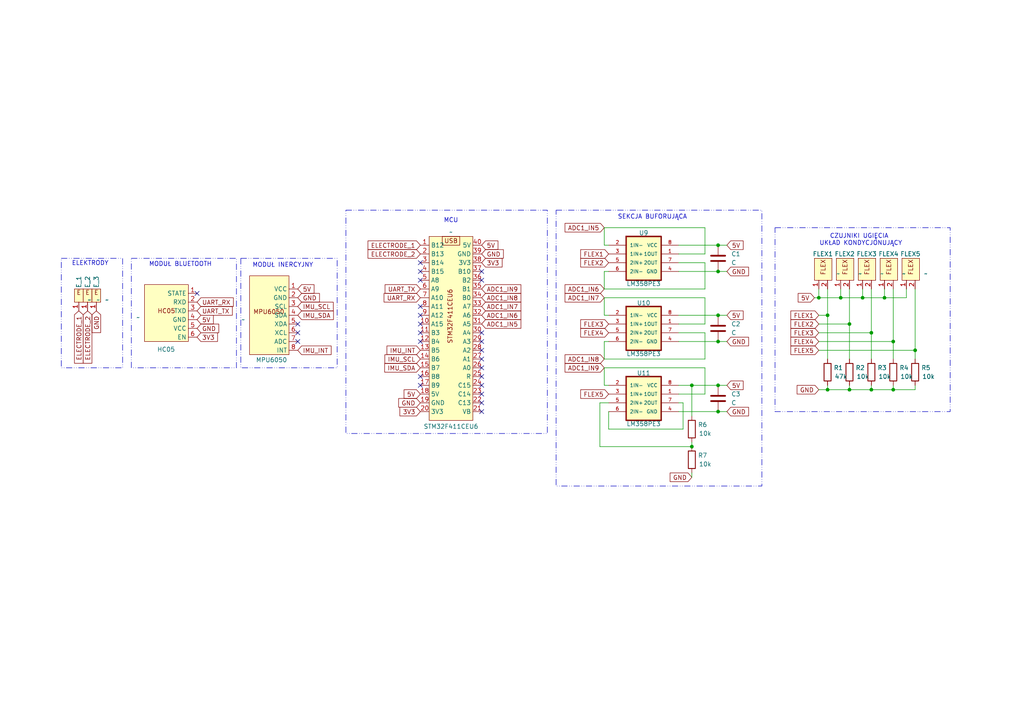
<source format=kicad_sch>
(kicad_sch (version 20231120) (generator "eeschema") (generator_version "8.0")
  (paper "A4")
  (lib_symbols
    (symbol "Device:C" (pin_numbers hide) (pin_names (offset 0.254))
      (property "Reference" "C" (at 0.635 2.54 0))
      (property "Value" "C" (at 0.635 -2.54 0))
      (symbol "C_0_1"
        (polyline (pts (xy -2.032 -0.762) (xy 2.032 -0.762)) (stroke (width 0.508)))
        (polyline (pts (xy -2.032 0.762) (xy 2.032 0.762)) (stroke (width 0.508)))
      )
      (symbol "C_1_1"
        (pin passive line (at 0 3.81 270) (length 2.794) (name "~") (number "1"))
        (pin passive line (at 0 -3.81 90) (length 2.794) (name "~") (number "2"))
      )
    )
    (symbol "Device:R" (pin_numbers hide) (pin_names (offset 0))
      (property "Reference" "R" (at 2.032 0 90))
      (property "Value" "R" (at 0 0 90))
      (symbol "R_0_1"
        (rectangle (start -1.016 -2.54) (end 1.016 2.54) (stroke (width 0.254)))
      )
      (symbol "R_1_1"
        (pin passive line (at 0 3.81 270) (length 1.27) (name "~") (number "1"))
        (pin passive line (at 0 -3.81 90) (length 1.27) (name "~") (number "2"))
      )
    )
    (symbol "Glove_Black_Pill_Library:Electrode"
      (property "Reference" "U" (at 0 4.572 0))
      (symbol "Electrode_1_1"
        (rectangle (start -1.27 3.81) (end 1.27 0) (fill (type background)))
        (text "E" (at 0 2.794 0) (effects (font (size 1.27 1.27))))
        (pin bidirectional line (at 0 -2.54 90) (length 2.54) (name "") (number "1"))
      )
    )
    (symbol "Glove_Black_Pill_Library:FLEX"
      (property "Reference" "U" (at 0 7.112 0))
      (symbol "FLEX_1_1"
        (rectangle (start -2.54 6.35) (end 2.54 0) (fill (type background)))
        (text "FLEX" (at 0 3.81 900) (effects (font (size 1.27 1.27))))
        (pin bidirectional line (at -1.27 -2.54 90) (length 2.54) (name "") (number "1"))
        (pin bidirectional line (at 1.27 -2.54 90) (length 2.54) (name "") (number "2"))
      )
    )
    (symbol "Glove_Black_Pill_Library:HC05"
      (property "Reference" "U" (at 0 1.27 0))
      (symbol "HC05_1_1"
        (rectangle (start -6.35 7.62) (end 6.35 -8.89) (fill (type background)))
        (text "HC05" (at 0 0 0) (effects (font (size 1.27 1.27))))
        (pin bidirectional line (at -8.89 5.08 0) (length 2.54) (name "STATE") (number "1"))
        (pin bidirectional line (at -8.89 2.54 0) (length 2.54) (name "RXD") (number "2"))
        (pin bidirectional line (at -8.89 0 0) (length 2.54) (name "TXD") (number "3"))
        (pin bidirectional line (at -8.89 -2.54 0) (length 2.54) (name "GND") (number "4"))
        (pin bidirectional line (at -8.89 -5.08 0) (length 2.54) (name "VCC") (number "5"))
        (pin bidirectional line (at -8.89 -7.62 0) (length 2.54) (name "EN") (number "6"))
      )
    )
    (symbol "Glove_Black_Pill_Library:MPU6050"
      (property "Reference" "U" (at 0 8.636 0))
      (symbol "MPU6050_1_1"
        (rectangle (start -5.08 10.16) (end 6.35 -12.7) (fill (type background)))
        (text "MPU6050\n" (at 0.762 -0.254 0) (effects (font (size 1.27 1.27))))
        (pin bidirectional line (at -7.62 6.35 0) (length 2.54) (name "VCC") (number "1"))
        (pin bidirectional line (at -7.62 3.81 0) (length 2.54) (name "GND") (number "2"))
        (pin bidirectional line (at -7.62 1.27 0) (length 2.54) (name "SCL") (number "3"))
        (pin bidirectional line (at -7.62 -1.27 0) (length 2.54) (name "SDA") (number "4"))
        (pin bidirectional line (at -7.62 -3.81 0) (length 2.54) (name "XDA") (number "5"))
        (pin bidirectional line (at -7.62 -6.35 0) (length 2.54) (name "XCL") (number "6"))
        (pin bidirectional line (at -7.62 -8.89 0) (length 2.54) (name "ADC") (number "7"))
        (pin bidirectional line (at -7.62 -11.43 0) (length 2.54) (name "INT") (number "8"))
      )
    )
    (symbol "Glove_Black_Pill_Library:STM32F411CEU6"
      (property "Reference" "U" (at 0.508 27.178 0))
      (symbol "STM32F411CEU6_0_1"
        (rectangle (start -2.54 25.4) (end 2.54 22.86))
      )
      (symbol "STM32F411CEU6_1_1"
        (rectangle (start -6.35 25.4) (end 6.35 -27.94) (fill (type background)))
        (text "STM32F411CEU6" (at -0.254 2.286 900) (effects (font (size 1.27 1.27))))
        (text "USB" (at 0 24.13 0) (effects (font (size 1.27 1.27))))
        (pin bidirectional line (at -8.89 22.86 0) (length 2.54) (name "B12") (number "1"))
        (pin bidirectional line (at -8.89 0 0) (length 2.54) (name "A15") (number "10"))
        (pin bidirectional line (at -8.89 -2.54 0) (length 2.54) (name "B3") (number "11"))
        (pin bidirectional line (at -8.89 -5.08 0) (length 2.54) (name "B4") (number "12"))
        (pin bidirectional line (at -8.89 -7.62 0) (length 2.54) (name "B5") (number "13"))
        (pin bidirectional line (at -8.89 -10.16 0) (length 2.54) (name "B6") (number "14"))
        (pin bidirectional line (at -8.89 -12.7 0) (length 2.54) (name "B7") (number "15"))
        (pin bidirectional line (at -8.89 -15.24 0) (length 2.54) (name "B8") (number "16"))
        (pin bidirectional line (at -8.89 -17.78 0) (length 2.54) (name "B9") (number "17"))
        (pin bidirectional line (at -8.89 -20.32 0) (length 2.54) (name "5V") (number "18"))
        (pin bidirectional line (at -8.89 -22.86 0) (length 2.54) (name "GND") (number "19"))
        (pin bidirectional line (at -8.89 20.32 0) (length 2.54) (name "B13") (number "2"))
        (pin bidirectional line (at -8.89 -25.4 0) (length 2.54) (name "3V3") (number "20"))
        (pin bidirectional line (at 8.89 -25.4 180) (length 2.54) (name "VB") (number "21"))
        (pin bidirectional line (at 8.89 -22.86 180) (length 2.54) (name "C13") (number "22"))
        (pin bidirectional line (at 8.89 -20.32 180) (length 2.54) (name "C14") (number "23"))
        (pin bidirectional line (at 8.89 -17.78 180) (length 2.54) (name "C15") (number "24"))
        (pin bidirectional line (at 8.89 -15.24 180) (length 2.54) (name "R") (number "25"))
        (pin bidirectional line (at 8.89 -12.7 180) (length 2.54) (name "A0") (number "26"))
        (pin bidirectional line (at 8.89 -10.16 180) (length 2.54) (name "A1") (number "27"))
        (pin bidirectional line (at 8.89 -7.62 180) (length 2.54) (name "A2") (number "28"))
        (pin bidirectional line (at 8.89 -5.08 180) (length 2.54) (name "A3") (number "29"))
        (pin bidirectional line (at -8.89 17.78 0) (length 2.54) (name "B14") (number "3"))
        (pin bidirectional line (at 8.89 -2.54 180) (length 2.54) (name "A4") (number "30"))
        (pin bidirectional line (at 8.89 0 180) (length 2.54) (name "A5") (number "31"))
        (pin bidirectional line (at 8.89 2.54 180) (length 2.54) (name "A6") (number "32"))
        (pin bidirectional line (at 8.89 5.08 180) (length 2.54) (name "A7") (number "33"))
        (pin bidirectional line (at 8.89 7.62 180) (length 2.54) (name "B0") (number "34"))
        (pin bidirectional line (at 8.89 10.16 180) (length 2.54) (name "B1") (number "35"))
        (pin bidirectional line (at 8.89 12.7 180) (length 2.54) (name "B2") (number "36"))
        (pin bidirectional line (at 8.89 15.24 180) (length 2.54) (name "B10") (number "37"))
        (pin bidirectional line (at 8.89 17.78 180) (length 2.54) (name "3V3") (number "38"))
        (pin bidirectional line (at 8.89 20.32 180) (length 2.54) (name "GND") (number "39"))
        (pin bidirectional line (at -8.89 15.24 0) (length 2.54) (name "B15") (number "4"))
        (pin bidirectional line (at 8.89 22.86 180) (length 2.54) (name "5V") (number "40"))
        (pin bidirectional line (at -8.89 12.7 0) (length 2.54) (name "A8") (number "5"))
        (pin bidirectional line (at -8.89 10.16 0) (length 2.54) (name "A9") (number "6"))
        (pin bidirectional line (at -8.89 7.62 0) (length 2.54) (name "A10") (number "7"))
        (pin bidirectional line (at -8.89 5.08 0) (length 2.54) (name "A11") (number "8"))
        (pin bidirectional line (at -8.89 2.54 0) (length 2.54) (name "A12") (number "9"))
      )
    )
    (symbol "LM358PE3:LM358PE3" (pin_names (offset 1.016))
      (property "Reference" "U" (at 2.032 13.97 0))
      (property "Value" "LM358PE3" (at -2.794 -2.032 0))
      (symbol "LM358PE3_0_0"
        (rectangle (start -2.54 12.7) (end 7.62 0) (stroke (width 0.41)) (fill (type background)))
        (pin output line (at 12.7 7.62 180) (length 5.08) (name "1OUT") (number "1"))
        (pin input line (at -7.62 10.16 0) (length 5.08) (name "1IN-") (number "2"))
        (pin input line (at -7.62 7.62 0) (length 5.08) (name "1IN+") (number "3"))
        (pin power_in line (at 12.7 2.54 180) (length 5.08) (name "GND") (number "4"))
        (pin input line (at -7.62 5.08 0) (length 5.08) (name "2IN+") (number "5"))
        (pin input line (at -7.62 2.54 0) (length 5.08) (name "2IN-") (number "6"))
        (pin output line (at 12.7 5.08 180) (length 5.08) (name "2OUT") (number "7"))
        (pin power_in line (at 12.7 10.16 180) (length 5.08) (name "VCC") (number "8"))
      )
    )
  )
  (junction (at 265.43 101.6))
  (junction (at 208.28 99.06))
  (junction (at 250.19 86.36))
  (junction (at 256.54 86.36))
  (junction (at 240.03 91.44))
  (junction (at 200.66 111.76))
  (junction (at 259.08 113.03))
  (junction (at 208.28 91.44))
  (junction (at 208.28 78.74))
  (junction (at 208.28 71.12))
  (junction (at 240.03 113.03))
  (junction (at 208.28 119.38))
  (junction (at 200.66 129.54))
  (junction (at 259.08 99.06))
  (junction (at 243.84 86.36))
  (junction (at 246.38 113.03))
  (junction (at 246.38 93.98))
  (junction (at 208.28 111.76))
  (junction (at 252.73 96.52))
  (junction (at 252.73 113.03))
  (junction (at 237.49 86.36))
  (no_connect (at 139.7 111.76))
  (no_connect (at 57.15 85.09))
  (no_connect (at 86.36 99.06))
  (no_connect (at 121.92 111.76))
  (no_connect (at 139.7 109.22))
  (no_connect (at 139.7 116.84))
  (no_connect (at 121.92 93.98))
  (no_connect (at 121.92 99.06))
  (no_connect (at 139.7 99.06))
  (no_connect (at 139.7 101.6))
  (no_connect (at 121.92 109.22))
  (no_connect (at 139.7 114.3))
  (no_connect (at 121.92 96.52))
  (no_connect (at 139.7 78.74))
  (no_connect (at 121.92 88.9))
  (no_connect (at 139.7 96.52))
  (no_connect (at 121.92 78.74))
  (no_connect (at 121.92 91.44))
  (no_connect (at 86.36 96.52))
  (no_connect (at 139.7 104.14))
  (no_connect (at 139.7 106.68))
  (no_connect (at 121.92 76.2))
  (no_connect (at 139.7 119.38))
  (no_connect (at 139.7 81.28))
  (no_connect (at 86.36 93.98))
  (no_connect (at 121.92 81.28))
  (wire (pts (xy 175.26 91.44) (xy 176.53 91.44)))
  (wire (pts (xy 259.08 83.82) (xy 259.08 99.06)))
  (wire (pts (xy 265.43 101.6) (xy 265.43 104.14)))
  (wire (pts (xy 250.19 86.36) (xy 243.84 86.36)))
  (wire (pts (xy 204.47 93.98) (xy 204.47 86.36)))
  (wire (pts (xy 210.82 71.12) (xy 208.28 71.12)))
  (wire (pts (xy 265.43 83.82) (xy 265.43 101.6)))
  (wire (pts (xy 204.47 106.68) (xy 175.26 106.68)))
  (wire (pts (xy 240.03 113.03) (xy 246.38 113.03)))
  (wire (pts (xy 204.47 104.14) (xy 175.26 104.14)))
  (wire (pts (xy 246.38 83.82) (xy 246.38 93.98)))
  (wire (pts (xy 175.26 78.74) (xy 176.53 78.74)))
  (wire (pts (xy 208.28 111.76) (xy 200.66 111.76)))
  (wire (pts (xy 237.49 101.6) (xy 265.43 101.6)))
  (wire (pts (xy 210.82 99.06) (xy 208.28 99.06)))
  (wire (pts (xy 259.08 113.03) (xy 265.43 113.03)))
  (wire (pts (xy 265.43 113.03) (xy 265.43 111.76)))
  (wire (pts (xy 262.89 83.82) (xy 262.89 86.36)))
  (wire (pts (xy 175.26 99.06) (xy 176.53 99.06)))
  (wire (pts (xy 252.73 113.03) (xy 259.08 113.03)))
  (wire (pts (xy 176.53 119.38) (xy 176.53 124.46)))
  (wire (pts (xy 176.53 116.84) (xy 173.99 116.84)))
  (wire (pts (xy 246.38 113.03) (xy 252.73 113.03)))
  (wire (pts (xy 236.22 86.36) (xy 237.49 86.36)))
  (wire (pts (xy 196.85 119.38) (xy 208.28 119.38)))
  (wire (pts (xy 204.47 114.3) (xy 204.47 106.68)))
  (wire (pts (xy 175.26 104.14) (xy 175.26 99.06)))
  (wire (pts (xy 196.85 114.3) (xy 204.47 114.3)))
  (wire (pts (xy 210.82 91.44) (xy 208.28 91.44)))
  (wire (pts (xy 196.85 96.52) (xy 204.47 96.52)))
  (wire (pts (xy 175.26 106.68) (xy 175.26 111.76)))
  (wire (pts (xy 200.66 129.54) (xy 200.66 128.27)))
  (wire (pts (xy 240.03 113.03) (xy 240.03 111.76)))
  (wire (pts (xy 204.47 96.52) (xy 204.47 104.14)))
  (wire (pts (xy 204.47 66.04) (xy 175.26 66.04)))
  (wire (pts (xy 237.49 83.82) (xy 237.49 86.36)))
  (wire (pts (xy 200.66 111.76) (xy 200.66 120.65)))
  (wire (pts (xy 196.85 93.98) (xy 204.47 93.98)))
  (wire (pts (xy 196.85 73.66) (xy 204.47 73.66)))
  (wire (pts (xy 196.85 116.84) (xy 198.12 116.84)))
  (wire (pts (xy 240.03 83.82) (xy 240.03 91.44)))
  (wire (pts (xy 175.26 71.12) (xy 176.53 71.12)))
  (wire (pts (xy 237.49 113.03) (xy 240.03 113.03)))
  (wire (pts (xy 173.99 129.54) (xy 200.66 129.54)))
  (wire (pts (xy 259.08 113.03) (xy 259.08 111.76)))
  (wire (pts (xy 208.28 78.74) (xy 196.85 78.74)))
  (wire (pts (xy 246.38 93.98) (xy 246.38 104.14)))
  (wire (pts (xy 204.47 86.36) (xy 175.26 86.36)))
  (wire (pts (xy 173.99 116.84) (xy 173.99 129.54)))
  (wire (pts (xy 259.08 99.06) (xy 259.08 104.14)))
  (wire (pts (xy 256.54 83.82) (xy 256.54 86.36)))
  (wire (pts (xy 237.49 86.36) (xy 243.84 86.36)))
  (wire (pts (xy 237.49 96.52) (xy 252.73 96.52)))
  (wire (pts (xy 208.28 91.44) (xy 196.85 91.44)))
  (wire (pts (xy 252.73 83.82) (xy 252.73 96.52)))
  (wire (pts (xy 252.73 96.52) (xy 252.73 104.14)))
  (wire (pts (xy 198.12 124.46) (xy 198.12 116.84)))
  (wire (pts (xy 256.54 86.36) (xy 262.89 86.36)))
  (wire (pts (xy 250.19 83.82) (xy 250.19 86.36)))
  (wire (pts (xy 208.28 99.06) (xy 196.85 99.06)))
  (wire (pts (xy 237.49 99.06) (xy 259.08 99.06)))
  (wire (pts (xy 252.73 113.03) (xy 252.73 111.76)))
  (wire (pts (xy 243.84 86.36) (xy 243.84 83.82)))
  (wire (pts (xy 237.49 93.98) (xy 246.38 93.98)))
  (wire (pts (xy 204.47 83.82) (xy 175.26 83.82)))
  (wire (pts (xy 210.82 111.76) (xy 208.28 111.76)))
  (wire (pts (xy 250.19 86.36) (xy 256.54 86.36)))
  (wire (pts (xy 246.38 113.03) (xy 246.38 111.76)))
  (wire (pts (xy 175.26 83.82) (xy 175.26 78.74)))
  (wire (pts (xy 200.66 111.76) (xy 196.85 111.76)))
  (wire (pts (xy 175.26 86.36) (xy 175.26 91.44)))
  (wire (pts (xy 196.85 76.2) (xy 204.47 76.2)))
  (wire (pts (xy 210.82 119.38) (xy 208.28 119.38)))
  (wire (pts (xy 210.82 78.74) (xy 208.28 78.74)))
  (wire (pts (xy 176.53 124.46) (xy 198.12 124.46)))
  (wire (pts (xy 175.26 111.76) (xy 176.53 111.76)))
  (wire (pts (xy 200.66 137.16) (xy 200.66 138.43)))
  (wire (pts (xy 237.49 91.44) (xy 240.03 91.44)))
  (wire (pts (xy 204.47 73.66) (xy 204.47 66.04)))
  (wire (pts (xy 240.03 91.44) (xy 240.03 104.14)))
  (wire (pts (xy 204.47 76.2) (xy 204.47 83.82)))
  (wire (pts (xy 175.26 66.04) (xy 175.26 71.12)))
  (wire (pts (xy 208.28 71.12) (xy 196.85 71.12)))
  (rectangle (start 224.79 66.04) (end 275.59 119.38) (stroke (width 0) (type dash_dot_dot)))
  (rectangle (start 161.29 60.96) (end 220.98 140.97) (stroke (width 0) (type dash_dot_dot)))
  (rectangle (start 266.7 119.38) (end 266.7 119.38))
  (rectangle (start 100.33 60.96) (end 158.75 125.73) (stroke (width 0) (type dash_dot_dot)))
  (rectangle (start 17.78 74.93) (end 35.56 106.68) (stroke (width 0) (type dash_dot_dot)))
  (rectangle (start 38.1 74.93) (end 68.58 106.68) (stroke (width 0) (type dash_dot_dot)))
  (rectangle (start 69.85 74.93) (end 97.79 106.68) (stroke (width 0) (type dash_dot_dot)))
  (text "MODUŁ BLUETOOTH" (at 52.324 76.708 0) (effects (font (size 1.27 1.27))))
  (text "MODUŁ INERCYJNY" (at 82.042 76.962 0) (effects (font (size 1.27 1.27))))
  (text "SEKCJA BUFORUJĄCA" (at 189.23 62.992 0) (effects (font (size 1.27 1.27))))
  (text "ELEKTRODY" (at 26.162 76.454 0) (effects (font (size 1.27 1.27))))
  (text "MCU" (at 130.81 64.008 0) (effects (font (size 1.27 1.27))))
  (text "CZUJNIKI UGIĘCIA \nUKŁAD KONDYCJONUJĄCY" (at 249.682 69.596 0) (effects (font (size 1.27 1.27))))
  (global_label "3V3" (shape input) (at 139.7 76.2 0) (property "Intersheetrefs" "${INTERSHEET_REFS}" (effects (hide yes))))
  (global_label "5V" (shape input) (at 86.36 83.82 0) (property "Intersheetrefs" "${INTERSHEET_REFS}" (effects (hide yes))))
  (global_label "FLEX5" (shape input) (at 176.53 114.3 180) (property "Intersheetrefs" "${INTERSHEET_REFS}" (effects (hide yes))))
  (global_label "GND" (shape input) (at 237.49 113.03 180) (property "Intersheetrefs" "${INTERSHEET_REFS}" (effects (hide yes))))
  (global_label "ELECTRODE_1" (shape input) (at 121.92 71.12 180) (property "Intersheetrefs" "${INTERSHEET_REFS}" (effects (hide yes))))
  (global_label "IMU_SCL" (shape input) (at 86.36 88.9 0) (property "Intersheetrefs" "${INTERSHEET_REFS}" (effects (hide yes))))
  (global_label "FLEX3" (shape input) (at 176.53 93.98 180) (property "Intersheetrefs" "${INTERSHEET_REFS}" (effects (hide yes))))
  (global_label "FLEX4" (shape input) (at 176.53 96.52 180) (property "Intersheetrefs" "${INTERSHEET_REFS}" (effects (hide yes))))
  (global_label "ELECTRODE_2" (shape input) (at 25.4 90.17 270) (property "Intersheetrefs" "${INTERSHEET_REFS}" (effects (hide yes))))
  (global_label "ELECTRODE_2" (shape input) (at 121.92 73.66 180) (property "Intersheetrefs" "${INTERSHEET_REFS}" (effects (hide yes))))
  (global_label "FLEX2" (shape input) (at 237.49 93.98 180) (property "Intersheetrefs" "${INTERSHEET_REFS}" (effects (hide yes))))
  (global_label "ADC1_IN7" (shape input) (at 139.7 88.9 0) (property "Intersheetrefs" "${INTERSHEET_REFS}" (effects (hide yes))))
  (global_label "GND" (shape input) (at 57.15 95.25 0) (property "Intersheetrefs" "${INTERSHEET_REFS}" (effects (hide yes))))
  (global_label "GND" (shape input) (at 200.66 138.43 180) (property "Intersheetrefs" "${INTERSHEET_REFS}" (effects (hide yes))))
  (global_label "UART_RX" (shape input) (at 57.15 87.63 0) (property "Intersheetrefs" "${INTERSHEET_REFS}" (effects (hide yes))))
  (global_label "ELECTRODE_1" (shape input) (at 22.86 90.17 270) (property "Intersheetrefs" "${INTERSHEET_REFS}" (effects (hide yes))))
  (global_label "GND" (shape input) (at 210.82 119.38 0) (property "Intersheetrefs" "${INTERSHEET_REFS}" (effects (hide yes))))
  (global_label "IMU_INT" (shape input) (at 86.36 101.6 0) (property "Intersheetrefs" "${INTERSHEET_REFS}" (effects (hide yes))))
  (global_label "ADC1_IN5" (shape input) (at 175.26 66.04 180) (property "Intersheetrefs" "${INTERSHEET_REFS}" (effects (hide yes))))
  (global_label "UART_TX" (shape input) (at 57.15 90.17 0) (property "Intersheetrefs" "${INTERSHEET_REFS}" (effects (hide yes))))
  (global_label "GND" (shape input) (at 121.92 116.84 180) (property "Intersheetrefs" "${INTERSHEET_REFS}" (effects (hide yes))))
  (global_label "ADC1_IN6" (shape input) (at 139.7 91.44 0) (property "Intersheetrefs" "${INTERSHEET_REFS}" (effects (hide yes))))
  (global_label "5V" (shape input) (at 210.82 71.12 0) (property "Intersheetrefs" "${INTERSHEET_REFS}" (effects (hide yes))))
  (global_label "GND" (shape input) (at 210.82 99.06 0) (property "Intersheetrefs" "${INTERSHEET_REFS}" (effects (hide yes))))
  (global_label "GND" (shape input) (at 139.7 73.66 0) (property "Intersheetrefs" "${INTERSHEET_REFS}" (effects (hide yes))))
  (global_label "3V3" (shape input) (at 57.15 97.79 0) (property "Intersheetrefs" "${INTERSHEET_REFS}" (effects (hide yes))))
  (global_label "3V3" (shape input) (at 121.92 119.38 180) (property "Intersheetrefs" "${INTERSHEET_REFS}" (effects (hide yes))))
  (global_label "5V" (shape input) (at 210.82 91.44 0) (property "Intersheetrefs" "${INTERSHEET_REFS}" (effects (hide yes))))
  (global_label "ADC1_IN8" (shape input) (at 175.26 104.14 180) (property "Intersheetrefs" "${INTERSHEET_REFS}" (effects (hide yes))))
  (global_label "5V" (shape input) (at 210.82 111.76 0) (property "Intersheetrefs" "${INTERSHEET_REFS}" (effects (hide yes))))
  (global_label "FLEX1" (shape input) (at 237.49 91.44 180) (property "Intersheetrefs" "${INTERSHEET_REFS}" (effects (hide yes))))
  (global_label "GND" (shape input) (at 27.94 90.17 270) (property "Intersheetrefs" "${INTERSHEET_REFS}" (effects (hide yes))))
  (global_label "FLEX5" (shape input) (at 237.49 101.6 180) (property "Intersheetrefs" "${INTERSHEET_REFS}" (effects (hide yes))))
  (global_label "5V" (shape input) (at 236.22 86.36 180) (property "Intersheetrefs" "${INTERSHEET_REFS}" (effects (hide yes))))
  (global_label "UART_TX" (shape input) (at 121.92 83.82 180) (property "Intersheetrefs" "${INTERSHEET_REFS}" (effects (hide yes))))
  (global_label "UART_RX" (shape input) (at 121.92 86.36 180) (property "Intersheetrefs" "${INTERSHEET_REFS}" (effects (hide yes))))
  (global_label "IMU_SDA" (shape input) (at 86.36 91.44 0) (property "Intersheetrefs" "${INTERSHEET_REFS}" (effects (hide yes))))
  (global_label "ADC1_IN5" (shape input) (at 139.7 93.98 0) (property "Intersheetrefs" "${INTERSHEET_REFS}" (effects (hide yes))))
  (global_label "ADC1_IN7" (shape input) (at 175.26 86.36 180) (property "Intersheetrefs" "${INTERSHEET_REFS}" (effects (hide yes))))
  (global_label "5V" (shape input) (at 139.7 71.12 0) (property "Intersheetrefs" "${INTERSHEET_REFS}" (effects (hide yes))))
  (global_label "FLEX3" (shape input) (at 237.49 96.52 180) (property "Intersheetrefs" "${INTERSHEET_REFS}" (effects (hide yes))))
  (global_label "IMU_SCL" (shape input) (at 121.92 104.14 180) (property "Intersheetrefs" "${INTERSHEET_REFS}" (effects (hide yes))))
  (global_label "ADC1_IN8" (shape input) (at 139.7 86.36 0) (property "Intersheetrefs" "${INTERSHEET_REFS}" (effects (hide yes))))
  (global_label "ADC1_IN9" (shape input) (at 175.26 106.68 180) (property "Intersheetrefs" "${INTERSHEET_REFS}" (effects (hide yes))))
  (global_label "IMU_SDA" (shape input) (at 121.92 106.68 180) (property "Intersheetrefs" "${INTERSHEET_REFS}" (effects (hide yes))))
  (global_label "ADC1_IN6" (shape input) (at 175.26 83.82 180) (property "Intersheetrefs" "${INTERSHEET_REFS}" (effects (hide yes))))
  (global_label "FLEX4" (shape input) (at 237.49 99.06 180) (property "Intersheetrefs" "${INTERSHEET_REFS}" (effects (hide yes))))
  (global_label "5V" (shape input) (at 57.15 92.71 0) (property "Intersheetrefs" "${INTERSHEET_REFS}" (effects (hide yes))))
  (global_label "FLEX2" (shape input) (at 176.53 76.2 180) (property "Intersheetrefs" "${INTERSHEET_REFS}" (effects (hide yes))))
  (global_label "IMU_INT" (shape input) (at 121.92 101.6 180) (property "Intersheetrefs" "${INTERSHEET_REFS}" (effects (hide yes))))
  (global_label "5V" (shape input) (at 121.92 114.3 180) (property "Intersheetrefs" "${INTERSHEET_REFS}" (effects (hide yes))))
  (global_label "ADC1_IN9" (shape input) (at 139.7 83.82 0) (property "Intersheetrefs" "${INTERSHEET_REFS}" (effects (hide yes))))
  (global_label "GND" (shape input) (at 86.36 86.36 0) (property "Intersheetrefs" "${INTERSHEET_REFS}" (effects (hide yes))))
  (global_label "GND" (shape input) (at 210.82 78.74 0) (property "Intersheetrefs" "${INTERSHEET_REFS}" (effects (hide yes))))
  (global_label "FLEX1" (shape input) (at 176.53 73.66 180) (property "Intersheetrefs" "${INTERSHEET_REFS}" (effects (hide yes))))
  (symbol (lib_id "LM358PE3:LM358PE3") (at 184.15 121.92 0) (unit 1)
    (property "Reference" "U11" (at 186.69 108.204 0))
    (property "Value" "LM358PE3" (at 186.69 122.936 0))
    (property "Footprint" "LM358PE3:DIP794W45P254L959H508Q8" (effects (hide yes)))
    (property "MF" "Texas Instruments" (effects (hide yes)))
    (property "Description_1" "\n                        \n                            Dual, 30-V, 700-kHz operational amplifier\n                        \n" (effects (hide yes)))
    (property "Package" "PDIP-8 Texas" (effects (hide yes)))
    (property "Price" "None" (effects (hide yes)))
    (property "SnapEDA_Link" "https://www.snapeda.com/parts/LM358PE3/Texas+Instruments/view-part/?ref=snap" (effects (hide yes)))
    (property "MP" "LM358PE3" (effects (hide yes)))
    (property "Availability" "In Stock" (effects (hide yes)))
    (property "Check_prices" "https://www.snapeda.com/parts/LM358PE3/Texas+Instruments/view-part/?ref=eda" (effects (hide yes)))
  )
  (symbol (lib_id "LM358PE3:LM358PE3") (at 184.15 101.6 0) (unit 1)
    (property "Reference" "U10" (at 186.69 87.884 0))
    (property "Value" "LM358PE3" (at 186.69 102.616 0))
    (property "Footprint" "LM358PE3:DIP794W45P254L959H508Q8" (effects (hide yes)))
    (property "MF" "Texas Instruments" (effects (hide yes)))
    (property "Description_1" "\n                        \n                            Dual, 30-V, 700-kHz operational amplifier\n                        \n" (effects (hide yes)))
    (property "Package" "PDIP-8 Texas" (effects (hide yes)))
    (property "Price" "None" (effects (hide yes)))
    (property "SnapEDA_Link" "https://www.snapeda.com/parts/LM358PE3/Texas+Instruments/view-part/?ref=snap" (effects (hide yes)))
    (property "MP" "LM358PE3" (effects (hide yes)))
    (property "Availability" "In Stock" (effects (hide yes)))
    (property "Check_prices" "https://www.snapeda.com/parts/LM358PE3/Texas+Instruments/view-part/?ref=eda" (effects (hide yes)))
  )
  (symbol (lib_id "Glove_Black_Pill_Library:FLEX") (at 238.76 81.28 0) (unit 1)
    (property "Reference" "FLEX1" (at 235.712 73.66 0) (effects (justify left)))
    (property "Value" "~" (at 242.57 79.375 0) (effects (justify left)))
    (property "Footprint" "GLove_Footprint_Library:FLEX" (effects (hide yes)))
  )
  (symbol (lib_id "Glove_Black_Pill_Library:Electrode") (at 27.94 87.63 0) (unit 1)
    (property "Reference" "E_3" (at 27.94 83.566 90) (effects (justify left)))
    (property "Value" "~" (at 30.48 86.9922 0) (effects (justify left)))
    (property "Footprint" "TestPoint:TestPoint_Loop_D2.50mm_Drill1.0mm" (effects (hide yes)))
  )
  (symbol (lib_id "Device:R") (at 259.08 107.95 0) (unit 1)
    (property "Reference" "R4" (at 260.858 106.68 0) (effects (justify left)))
    (property "Value" "10k" (at 261.112 109.22 0) (effects (justify left)))
    (property "Footprint" "Resistor_SMD:R_0805_2012Metric_Pad1.20x1.40mm_HandSolder" (effects (hide yes)))
    (property "Description" "Resistor" (effects (hide yes)))
  )
  (symbol (lib_id "Glove_Black_Pill_Library:FLEX") (at 257.81 81.28 0) (unit 1)
    (property "Reference" "FLEX4" (at 254.762 73.66 0) (effects (justify left)))
    (property "Value" "~" (at 261.62 79.375 0) (effects (justify left)))
    (property "Footprint" "GLove_Footprint_Library:FLEX" (effects (hide yes)))
  )
  (symbol (lib_id "LM358PE3:LM358PE3") (at 184.15 81.28 0) (unit 1)
    (property "Reference" "U9" (at 186.69 67.564 0))
    (property "Value" "LM358PE3" (at 186.69 82.296 0))
    (property "Footprint" "LM358PE3:DIP794W45P254L959H508Q8" (effects (hide yes)))
    (property "MF" "Texas Instruments" (effects (hide yes)))
    (property "Description_1" "\n                        \n                            Dual, 30-V, 700-kHz operational amplifier\n                        \n" (effects (hide yes)))
    (property "Package" "PDIP-8 Texas" (effects (hide yes)))
    (property "Price" "None" (effects (hide yes)))
    (property "SnapEDA_Link" "https://www.snapeda.com/parts/LM358PE3/Texas+Instruments/view-part/?ref=snap" (effects (hide yes)))
    (property "MP" "LM358PE3" (effects (hide yes)))
    (property "Availability" "In Stock" (effects (hide yes)))
    (property "Check_prices" "https://www.snapeda.com/parts/LM358PE3/Texas+Instruments/view-part/?ref=eda" (effects (hide yes)))
  )
  (symbol (lib_id "Device:C") (at 208.28 95.25 0) (unit 1)
    (property "Reference" "C2" (at 212.09 93.9799 0) (effects (justify left)))
    (property "Value" "C" (at 212.09 96.5199 0) (effects (justify left)))
    (property "Footprint" "Resistor_SMD:R_0805_2012Metric_Pad1.20x1.40mm_HandSolder" (effects (hide yes)))
    (property "Description" "Unpolarized capacitor" (effects (hide yes)))
  )
  (symbol (lib_id "Device:R") (at 252.73 107.95 0) (unit 1)
    (property "Reference" "R3" (at 254.508 106.68 0) (effects (justify left)))
    (property "Value" "10k" (at 254.762 109.22 0) (effects (justify left)))
    (property "Footprint" "Resistor_SMD:R_0805_2012Metric_Pad1.20x1.40mm_HandSolder" (effects (hide yes)))
    (property "Description" "Resistor" (effects (hide yes)))
  )
  (symbol (lib_id "Device:R") (at 246.38 107.95 0) (unit 1)
    (property "Reference" "R2" (at 248.158 106.68 0) (effects (justify left)))
    (property "Value" "10k" (at 248.412 109.22 0) (effects (justify left)))
    (property "Footprint" "Resistor_SMD:R_0805_2012Metric_Pad1.20x1.40mm_HandSolder" (effects (hide yes)))
    (property "Description" "Resistor" (effects (hide yes)))
  )
  (symbol (lib_id "Glove_Black_Pill_Library:FLEX") (at 264.16 81.28 0) (unit 1)
    (property "Reference" "FLEX5" (at 261.112 73.66 0) (effects (justify left)))
    (property "Value" "~" (at 267.97 79.375 0) (effects (justify left)))
    (property "Footprint" "GLove_Footprint_Library:FLEX" (effects (hide yes)))
  )
  (symbol (lib_id "Device:C") (at 208.28 115.57 0) (unit 1)
    (property "Reference" "C3" (at 212.09 114.2999 0) (effects (justify left)))
    (property "Value" "C" (at 212.09 116.8399 0) (effects (justify left)))
    (property "Footprint" "Resistor_SMD:R_0805_2012Metric_Pad1.20x1.40mm_HandSolder" (effects (hide yes)))
    (property "Description" "Unpolarized capacitor" (effects (hide yes)))
  )
  (symbol (lib_id "Device:R") (at 265.43 107.95 0) (unit 1)
    (property "Reference" "R5" (at 267.208 106.68 0) (effects (justify left)))
    (property "Value" "10k" (at 267.462 109.22 0) (effects (justify left)))
    (property "Footprint" "Resistor_SMD:R_0805_2012Metric_Pad1.20x1.40mm_HandSolder" (effects (hide yes)))
    (property "Description" "Resistor" (effects (hide yes)))
  )
  (symbol (lib_id "Device:R") (at 200.66 124.46 0) (unit 1)
    (property "Reference" "R6" (at 202.438 123.19 0) (effects (justify left)))
    (property "Value" "10k" (at 202.692 125.73 0) (effects (justify left)))
    (property "Footprint" "Resistor_SMD:R_0805_2012Metric_Pad1.20x1.40mm_HandSolder" (effects (hide yes)))
    (property "Description" "Resistor" (effects (hide yes)))
  )
  (symbol (lib_id "Glove_Black_Pill_Library:Electrode") (at 25.4 87.63 0) (unit 1)
    (property "Reference" "E_2" (at 25.4 83.566 90) (effects (justify left)))
    (property "Value" "~" (at 27.94 86.9922 0) (effects (justify left)))
    (property "Footprint" "TestPoint:TestPoint_Loop_D2.50mm_Drill1.0mm" (effects (hide yes)))
  )
  (symbol (lib_id "Glove_Black_Pill_Library:Electrode") (at 22.86 87.63 0) (unit 1)
    (property "Reference" "E_1" (at 22.86 83.566 90) (effects (justify left)))
    (property "Value" "~" (at 25.4 86.9922 0) (effects (justify left)))
    (property "Footprint" "TestPoint:TestPoint_Loop_D2.50mm_Drill1.0mm" (effects (hide yes)))
  )
  (symbol (lib_id "Glove_Black_Pill_Library:FLEX") (at 251.46 81.28 0) (unit 1)
    (property "Reference" "FLEX3" (at 248.412 73.66 0) (effects (justify left)))
    (property "Value" "~" (at 255.27 79.375 0) (effects (justify left)))
    (property "Footprint" "GLove_Footprint_Library:FLEX" (effects (hide yes)))
  )
  (symbol (lib_id "Device:R") (at 200.66 133.35 0) (unit 1)
    (property "Reference" "R7" (at 202.438 132.08 0) (effects (justify left)))
    (property "Value" "10k" (at 202.692 134.62 0) (effects (justify left)))
    (property "Footprint" "Resistor_SMD:R_0805_2012Metric_Pad1.20x1.40mm_HandSolder" (effects (hide yes)))
    (property "Description" "Resistor" (effects (hide yes)))
  )
  (symbol (lib_id "Glove_Black_Pill_Library:FLEX") (at 245.11 81.28 0) (unit 1)
    (property "Reference" "FLEX2" (at 242.062 73.66 0) (effects (justify left)))
    (property "Value" "~" (at 248.92 79.375 0) (effects (justify left)))
    (property "Footprint" "GLove_Footprint_Library:FLEX" (effects (hide yes)))
  )
  (symbol (lib_id "Glove_Black_Pill_Library:HC05") (at 48.26 90.17 0) (mirror y) (unit 1)
    (property "Reference" "HC05" (at 50.8 101.346 0) (effects (justify left)))
    (property "Value" "~" (at 40.64 92.075 0) (effects (justify left)))
    (property "Footprint" "GLove_Footprint_Library:HC-05" (effects (hide yes)))
  )
  (symbol (lib_id "Device:R") (at 240.03 107.95 0) (unit 1)
    (property "Reference" "R1" (at 241.808 106.68 0) (effects (justify left)))
    (property "Value" "47k" (at 242.062 109.22 0) (effects (justify left)))
    (property "Footprint" "Resistor_SMD:R_0805_2012Metric_Pad1.20x1.40mm_HandSolder" (effects (hide yes)))
    (property "Description" "Resistor" (effects (hide yes)))
  )
  (symbol (lib_id "Glove_Black_Pill_Library:STM32F411CEU6") (at 130.81 93.98 0) (unit 1)
    (property "Reference" "STM32F411CEU6" (at 130.81 123.698 0))
    (property "Value" "~" (at 130.81 67.31 0))
    (property "Footprint" "GLove_Footprint_Library:STM32F411CEU6" (effects (hide yes)))
  )
  (symbol (lib_id "Glove_Black_Pill_Library:MPU6050") (at 78.74 90.17 0) (mirror y) (unit 1)
    (property "Reference" "MPU6050" (at 83.312 104.394 0) (effects (justify left)))
    (property "Value" "~" (at 71.12 92.71 0) (effects (justify left)))
    (property "Footprint" "GLove_Footprint_Library:MPU6050" (effects (hide yes)))
  )
  (symbol (lib_id "Device:C") (at 208.28 74.93 0) (unit 1)
    (property "Reference" "C1" (at 212.09 73.6599 0) (effects (justify left)))
    (property "Value" "C" (at 212.09 76.1999 0) (effects (justify left)))
    (property "Footprint" "Resistor_SMD:R_0805_2012Metric_Pad1.20x1.40mm_HandSolder" (effects (hide yes)))
    (property "Description" "Unpolarized capacitor" (effects (hide yes)))
  )
)
</source>
